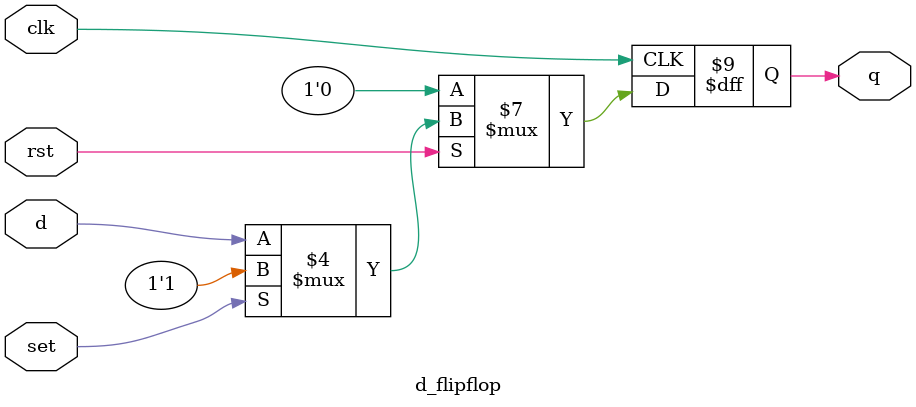
<source format=v>
`timescale 1ns / 1ps
module d_flipflop(q,d,clk,rst,set);
    input d,clk,rst,set;
    output reg q;
    always @(posedge clk)
        if(!rst)
            q<=1'b0;
        else if(set)
            q<=1'b1;
        else
            q<=d;
endmodule

</source>
